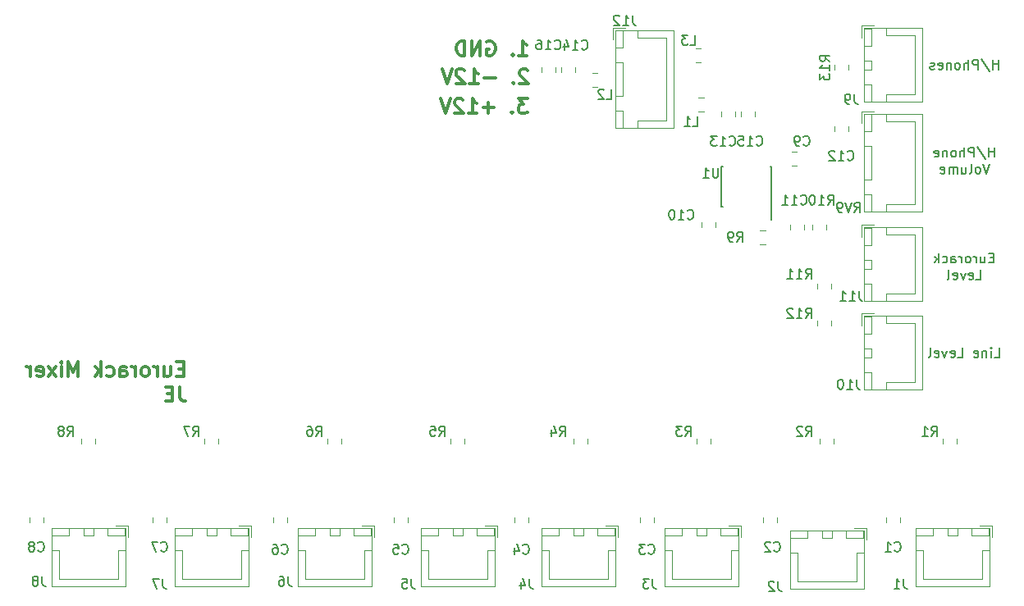
<source format=gbo>
G04 #@! TF.GenerationSoftware,KiCad,Pcbnew,(5.0.0)*
G04 #@! TF.CreationDate,2018-07-30T10:59:50+01:00*
G04 #@! TF.ProjectId,Mixer,4D697865722E6B696361645F70636200,rev?*
G04 #@! TF.SameCoordinates,Original*
G04 #@! TF.FileFunction,Legend,Bot*
G04 #@! TF.FilePolarity,Positive*
%FSLAX46Y46*%
G04 Gerber Fmt 4.6, Leading zero omitted, Abs format (unit mm)*
G04 Created by KiCad (PCBNEW (5.0.0)) date 07/30/18 10:59:50*
%MOMM*%
%LPD*%
G01*
G04 APERTURE LIST*
%ADD10C,0.200000*%
%ADD11C,0.300000*%
%ADD12C,0.120000*%
%ADD13C,0.150000*%
G04 APERTURE END LIST*
D10*
X146859238Y-64206380D02*
X147335428Y-64206380D01*
X147335428Y-63206380D01*
X146525904Y-64206380D02*
X146525904Y-63539714D01*
X146525904Y-63206380D02*
X146573523Y-63254000D01*
X146525904Y-63301619D01*
X146478285Y-63254000D01*
X146525904Y-63206380D01*
X146525904Y-63301619D01*
X146049714Y-63539714D02*
X146049714Y-64206380D01*
X146049714Y-63634952D02*
X146002095Y-63587333D01*
X145906857Y-63539714D01*
X145764000Y-63539714D01*
X145668761Y-63587333D01*
X145621142Y-63682571D01*
X145621142Y-64206380D01*
X144764000Y-64158761D02*
X144859238Y-64206380D01*
X145049714Y-64206380D01*
X145144952Y-64158761D01*
X145192571Y-64063523D01*
X145192571Y-63682571D01*
X145144952Y-63587333D01*
X145049714Y-63539714D01*
X144859238Y-63539714D01*
X144764000Y-63587333D01*
X144716380Y-63682571D01*
X144716380Y-63777809D01*
X145192571Y-63873047D01*
X143049714Y-64206380D02*
X143525904Y-64206380D01*
X143525904Y-63206380D01*
X142335428Y-64158761D02*
X142430666Y-64206380D01*
X142621142Y-64206380D01*
X142716380Y-64158761D01*
X142764000Y-64063523D01*
X142764000Y-63682571D01*
X142716380Y-63587333D01*
X142621142Y-63539714D01*
X142430666Y-63539714D01*
X142335428Y-63587333D01*
X142287809Y-63682571D01*
X142287809Y-63777809D01*
X142764000Y-63873047D01*
X141954476Y-63539714D02*
X141716380Y-64206380D01*
X141478285Y-63539714D01*
X140716380Y-64158761D02*
X140811619Y-64206380D01*
X141002095Y-64206380D01*
X141097333Y-64158761D01*
X141144952Y-64063523D01*
X141144952Y-63682571D01*
X141097333Y-63587333D01*
X141002095Y-63539714D01*
X140811619Y-63539714D01*
X140716380Y-63587333D01*
X140668761Y-63682571D01*
X140668761Y-63777809D01*
X141144952Y-63873047D01*
X140097333Y-64206380D02*
X140192571Y-64158761D01*
X140240190Y-64063523D01*
X140240190Y-63206380D01*
X146787809Y-53942571D02*
X146454476Y-53942571D01*
X146311619Y-54466380D02*
X146787809Y-54466380D01*
X146787809Y-53466380D01*
X146311619Y-53466380D01*
X145454476Y-53799714D02*
X145454476Y-54466380D01*
X145883047Y-53799714D02*
X145883047Y-54323523D01*
X145835428Y-54418761D01*
X145740190Y-54466380D01*
X145597333Y-54466380D01*
X145502095Y-54418761D01*
X145454476Y-54371142D01*
X144978285Y-54466380D02*
X144978285Y-53799714D01*
X144978285Y-53990190D02*
X144930666Y-53894952D01*
X144883047Y-53847333D01*
X144787809Y-53799714D01*
X144692571Y-53799714D01*
X144216380Y-54466380D02*
X144311619Y-54418761D01*
X144359238Y-54371142D01*
X144406857Y-54275904D01*
X144406857Y-53990190D01*
X144359238Y-53894952D01*
X144311619Y-53847333D01*
X144216380Y-53799714D01*
X144073523Y-53799714D01*
X143978285Y-53847333D01*
X143930666Y-53894952D01*
X143883047Y-53990190D01*
X143883047Y-54275904D01*
X143930666Y-54371142D01*
X143978285Y-54418761D01*
X144073523Y-54466380D01*
X144216380Y-54466380D01*
X143454476Y-54466380D02*
X143454476Y-53799714D01*
X143454476Y-53990190D02*
X143406857Y-53894952D01*
X143359238Y-53847333D01*
X143263999Y-53799714D01*
X143168761Y-53799714D01*
X142406857Y-54466380D02*
X142406857Y-53942571D01*
X142454476Y-53847333D01*
X142549714Y-53799714D01*
X142740190Y-53799714D01*
X142835428Y-53847333D01*
X142406857Y-54418761D02*
X142502095Y-54466380D01*
X142740190Y-54466380D01*
X142835428Y-54418761D01*
X142883047Y-54323523D01*
X142883047Y-54228285D01*
X142835428Y-54133047D01*
X142740190Y-54085428D01*
X142502095Y-54085428D01*
X142406857Y-54037809D01*
X141502095Y-54418761D02*
X141597333Y-54466380D01*
X141787809Y-54466380D01*
X141883047Y-54418761D01*
X141930666Y-54371142D01*
X141978285Y-54275904D01*
X141978285Y-53990190D01*
X141930666Y-53894952D01*
X141883047Y-53847333D01*
X141787809Y-53799714D01*
X141597333Y-53799714D01*
X141502095Y-53847333D01*
X141073523Y-54466380D02*
X141073523Y-53466380D01*
X140978285Y-54085428D02*
X140692571Y-54466380D01*
X140692571Y-53799714D02*
X141073523Y-54180666D01*
X144954476Y-56166380D02*
X145430666Y-56166380D01*
X145430666Y-55166380D01*
X144240190Y-56118761D02*
X144335428Y-56166380D01*
X144525904Y-56166380D01*
X144621142Y-56118761D01*
X144668761Y-56023523D01*
X144668761Y-55642571D01*
X144621142Y-55547333D01*
X144525904Y-55499714D01*
X144335428Y-55499714D01*
X144240190Y-55547333D01*
X144192571Y-55642571D01*
X144192571Y-55737809D01*
X144668761Y-55833047D01*
X143859238Y-55499714D02*
X143621142Y-56166380D01*
X143383047Y-55499714D01*
X142621142Y-56118761D02*
X142716380Y-56166380D01*
X142906857Y-56166380D01*
X143002095Y-56118761D01*
X143049714Y-56023523D01*
X143049714Y-55642571D01*
X143002095Y-55547333D01*
X142906857Y-55499714D01*
X142716380Y-55499714D01*
X142621142Y-55547333D01*
X142573523Y-55642571D01*
X142573523Y-55737809D01*
X143049714Y-55833047D01*
X142002095Y-56166380D02*
X142097333Y-56118761D01*
X142144952Y-56023523D01*
X142144952Y-55166380D01*
X146859238Y-43544380D02*
X146859238Y-42544380D01*
X146859238Y-43020571D02*
X146287809Y-43020571D01*
X146287809Y-43544380D02*
X146287809Y-42544380D01*
X145097333Y-42496761D02*
X145954476Y-43782476D01*
X144764000Y-43544380D02*
X144764000Y-42544380D01*
X144383047Y-42544380D01*
X144287809Y-42592000D01*
X144240190Y-42639619D01*
X144192571Y-42734857D01*
X144192571Y-42877714D01*
X144240190Y-42972952D01*
X144287809Y-43020571D01*
X144383047Y-43068190D01*
X144764000Y-43068190D01*
X143764000Y-43544380D02*
X143764000Y-42544380D01*
X143335428Y-43544380D02*
X143335428Y-43020571D01*
X143383047Y-42925333D01*
X143478285Y-42877714D01*
X143621142Y-42877714D01*
X143716380Y-42925333D01*
X143764000Y-42972952D01*
X142716380Y-43544380D02*
X142811619Y-43496761D01*
X142859238Y-43449142D01*
X142906857Y-43353904D01*
X142906857Y-43068190D01*
X142859238Y-42972952D01*
X142811619Y-42925333D01*
X142716380Y-42877714D01*
X142573523Y-42877714D01*
X142478285Y-42925333D01*
X142430666Y-42972952D01*
X142383047Y-43068190D01*
X142383047Y-43353904D01*
X142430666Y-43449142D01*
X142478285Y-43496761D01*
X142573523Y-43544380D01*
X142716380Y-43544380D01*
X141954476Y-42877714D02*
X141954476Y-43544380D01*
X141954476Y-42972952D02*
X141906857Y-42925333D01*
X141811619Y-42877714D01*
X141668761Y-42877714D01*
X141573523Y-42925333D01*
X141525904Y-43020571D01*
X141525904Y-43544380D01*
X140668761Y-43496761D02*
X140764000Y-43544380D01*
X140954476Y-43544380D01*
X141049714Y-43496761D01*
X141097333Y-43401523D01*
X141097333Y-43020571D01*
X141049714Y-42925333D01*
X140954476Y-42877714D01*
X140764000Y-42877714D01*
X140668761Y-42925333D01*
X140621142Y-43020571D01*
X140621142Y-43115809D01*
X141097333Y-43211047D01*
X146359238Y-44244380D02*
X146025904Y-45244380D01*
X145692571Y-44244380D01*
X145216380Y-45244380D02*
X145311619Y-45196761D01*
X145359238Y-45149142D01*
X145406857Y-45053904D01*
X145406857Y-44768190D01*
X145359238Y-44672952D01*
X145311619Y-44625333D01*
X145216380Y-44577714D01*
X145073523Y-44577714D01*
X144978285Y-44625333D01*
X144930666Y-44672952D01*
X144883047Y-44768190D01*
X144883047Y-45053904D01*
X144930666Y-45149142D01*
X144978285Y-45196761D01*
X145073523Y-45244380D01*
X145216380Y-45244380D01*
X144311619Y-45244380D02*
X144406857Y-45196761D01*
X144454476Y-45101523D01*
X144454476Y-44244380D01*
X143502095Y-44577714D02*
X143502095Y-45244380D01*
X143930666Y-44577714D02*
X143930666Y-45101523D01*
X143883047Y-45196761D01*
X143787809Y-45244380D01*
X143644952Y-45244380D01*
X143549714Y-45196761D01*
X143502095Y-45149142D01*
X143025904Y-45244380D02*
X143025904Y-44577714D01*
X143025904Y-44672952D02*
X142978285Y-44625333D01*
X142883047Y-44577714D01*
X142740190Y-44577714D01*
X142644952Y-44625333D01*
X142597333Y-44720571D01*
X142597333Y-45244380D01*
X142597333Y-44720571D02*
X142549714Y-44625333D01*
X142454476Y-44577714D01*
X142311619Y-44577714D01*
X142216380Y-44625333D01*
X142168761Y-44720571D01*
X142168761Y-45244380D01*
X141311619Y-45196761D02*
X141406857Y-45244380D01*
X141597333Y-45244380D01*
X141692571Y-45196761D01*
X141740190Y-45101523D01*
X141740190Y-44720571D01*
X141692571Y-44625333D01*
X141597333Y-44577714D01*
X141406857Y-44577714D01*
X141311619Y-44625333D01*
X141264000Y-44720571D01*
X141264000Y-44815809D01*
X141740190Y-44911047D01*
X147264000Y-34488380D02*
X147264000Y-33488380D01*
X147264000Y-33964571D02*
X146692571Y-33964571D01*
X146692571Y-34488380D02*
X146692571Y-33488380D01*
X145502095Y-33440761D02*
X146359238Y-34726476D01*
X145168761Y-34488380D02*
X145168761Y-33488380D01*
X144787809Y-33488380D01*
X144692571Y-33536000D01*
X144644952Y-33583619D01*
X144597333Y-33678857D01*
X144597333Y-33821714D01*
X144644952Y-33916952D01*
X144692571Y-33964571D01*
X144787809Y-34012190D01*
X145168761Y-34012190D01*
X144168761Y-34488380D02*
X144168761Y-33488380D01*
X143740190Y-34488380D02*
X143740190Y-33964571D01*
X143787809Y-33869333D01*
X143883047Y-33821714D01*
X144025904Y-33821714D01*
X144121142Y-33869333D01*
X144168761Y-33916952D01*
X143121142Y-34488380D02*
X143216380Y-34440761D01*
X143264000Y-34393142D01*
X143311619Y-34297904D01*
X143311619Y-34012190D01*
X143264000Y-33916952D01*
X143216380Y-33869333D01*
X143121142Y-33821714D01*
X142978285Y-33821714D01*
X142883047Y-33869333D01*
X142835428Y-33916952D01*
X142787809Y-34012190D01*
X142787809Y-34297904D01*
X142835428Y-34393142D01*
X142883047Y-34440761D01*
X142978285Y-34488380D01*
X143121142Y-34488380D01*
X142359238Y-33821714D02*
X142359238Y-34488380D01*
X142359238Y-33916952D02*
X142311619Y-33869333D01*
X142216380Y-33821714D01*
X142073523Y-33821714D01*
X141978285Y-33869333D01*
X141930666Y-33964571D01*
X141930666Y-34488380D01*
X141073523Y-34440761D02*
X141168761Y-34488380D01*
X141359238Y-34488380D01*
X141454476Y-34440761D01*
X141502095Y-34345523D01*
X141502095Y-33964571D01*
X141454476Y-33869333D01*
X141359238Y-33821714D01*
X141168761Y-33821714D01*
X141073523Y-33869333D01*
X141025904Y-33964571D01*
X141025904Y-34059809D01*
X141502095Y-34155047D01*
X140644952Y-34440761D02*
X140549714Y-34488380D01*
X140359238Y-34488380D01*
X140264000Y-34440761D01*
X140216380Y-34345523D01*
X140216380Y-34297904D01*
X140264000Y-34202666D01*
X140359238Y-34155047D01*
X140502095Y-34155047D01*
X140597333Y-34107428D01*
X140644952Y-34012190D01*
X140644952Y-33964571D01*
X140597333Y-33869333D01*
X140502095Y-33821714D01*
X140359238Y-33821714D01*
X140264000Y-33869333D01*
D11*
X63201857Y-65419857D02*
X62701857Y-65419857D01*
X62487571Y-66205571D02*
X63201857Y-66205571D01*
X63201857Y-64705571D01*
X62487571Y-64705571D01*
X61201857Y-65205571D02*
X61201857Y-66205571D01*
X61844714Y-65205571D02*
X61844714Y-65991285D01*
X61773285Y-66134142D01*
X61630428Y-66205571D01*
X61416142Y-66205571D01*
X61273285Y-66134142D01*
X61201857Y-66062714D01*
X60487571Y-66205571D02*
X60487571Y-65205571D01*
X60487571Y-65491285D02*
X60416142Y-65348428D01*
X60344714Y-65277000D01*
X60201857Y-65205571D01*
X60059000Y-65205571D01*
X59344714Y-66205571D02*
X59487571Y-66134142D01*
X59559000Y-66062714D01*
X59630428Y-65919857D01*
X59630428Y-65491285D01*
X59559000Y-65348428D01*
X59487571Y-65277000D01*
X59344714Y-65205571D01*
X59130428Y-65205571D01*
X58987571Y-65277000D01*
X58916142Y-65348428D01*
X58844714Y-65491285D01*
X58844714Y-65919857D01*
X58916142Y-66062714D01*
X58987571Y-66134142D01*
X59130428Y-66205571D01*
X59344714Y-66205571D01*
X58201857Y-66205571D02*
X58201857Y-65205571D01*
X58201857Y-65491285D02*
X58130428Y-65348428D01*
X58059000Y-65277000D01*
X57916142Y-65205571D01*
X57773285Y-65205571D01*
X56630428Y-66205571D02*
X56630428Y-65419857D01*
X56701857Y-65277000D01*
X56844714Y-65205571D01*
X57130428Y-65205571D01*
X57273285Y-65277000D01*
X56630428Y-66134142D02*
X56773285Y-66205571D01*
X57130428Y-66205571D01*
X57273285Y-66134142D01*
X57344714Y-65991285D01*
X57344714Y-65848428D01*
X57273285Y-65705571D01*
X57130428Y-65634142D01*
X56773285Y-65634142D01*
X56630428Y-65562714D01*
X55273285Y-66134142D02*
X55416142Y-66205571D01*
X55701857Y-66205571D01*
X55844714Y-66134142D01*
X55916142Y-66062714D01*
X55987571Y-65919857D01*
X55987571Y-65491285D01*
X55916142Y-65348428D01*
X55844714Y-65277000D01*
X55701857Y-65205571D01*
X55416142Y-65205571D01*
X55273285Y-65277000D01*
X54630428Y-66205571D02*
X54630428Y-64705571D01*
X54487571Y-65634142D02*
X54059000Y-66205571D01*
X54059000Y-65205571D02*
X54630428Y-65777000D01*
X52273285Y-66205571D02*
X52273285Y-64705571D01*
X51773285Y-65777000D01*
X51273285Y-64705571D01*
X51273285Y-66205571D01*
X50559000Y-66205571D02*
X50559000Y-65205571D01*
X50559000Y-64705571D02*
X50630428Y-64777000D01*
X50559000Y-64848428D01*
X50487571Y-64777000D01*
X50559000Y-64705571D01*
X50559000Y-64848428D01*
X49987571Y-66205571D02*
X49201857Y-65205571D01*
X49987571Y-65205571D02*
X49201857Y-66205571D01*
X48059000Y-66134142D02*
X48201857Y-66205571D01*
X48487571Y-66205571D01*
X48630428Y-66134142D01*
X48701857Y-65991285D01*
X48701857Y-65419857D01*
X48630428Y-65277000D01*
X48487571Y-65205571D01*
X48201857Y-65205571D01*
X48059000Y-65277000D01*
X47987571Y-65419857D01*
X47987571Y-65562714D01*
X48701857Y-65705571D01*
X47344714Y-66205571D02*
X47344714Y-65205571D01*
X47344714Y-65491285D02*
X47273285Y-65348428D01*
X47201857Y-65277000D01*
X47059000Y-65205571D01*
X46916142Y-65205571D01*
X62773285Y-67255571D02*
X62773285Y-68327000D01*
X62844714Y-68541285D01*
X62987571Y-68684142D01*
X63201857Y-68755571D01*
X63344714Y-68755571D01*
X62059000Y-67969857D02*
X61559000Y-67969857D01*
X61344714Y-68755571D02*
X62059000Y-68755571D01*
X62059000Y-67255571D01*
X61344714Y-67255571D01*
X98662571Y-37532571D02*
X97734000Y-37532571D01*
X98234000Y-38104000D01*
X98019714Y-38104000D01*
X97876857Y-38175428D01*
X97805428Y-38246857D01*
X97734000Y-38389714D01*
X97734000Y-38746857D01*
X97805428Y-38889714D01*
X97876857Y-38961142D01*
X98019714Y-39032571D01*
X98448285Y-39032571D01*
X98591142Y-38961142D01*
X98662571Y-38889714D01*
X97091142Y-38889714D02*
X97019714Y-38961142D01*
X97091142Y-39032571D01*
X97162571Y-38961142D01*
X97091142Y-38889714D01*
X97091142Y-39032571D01*
X95234000Y-38461142D02*
X94091142Y-38461142D01*
X94662571Y-39032571D02*
X94662571Y-37889714D01*
X92591142Y-39032571D02*
X93448285Y-39032571D01*
X93019714Y-39032571D02*
X93019714Y-37532571D01*
X93162571Y-37746857D01*
X93305428Y-37889714D01*
X93448285Y-37961142D01*
X92019714Y-37675428D02*
X91948285Y-37604000D01*
X91805428Y-37532571D01*
X91448285Y-37532571D01*
X91305428Y-37604000D01*
X91234000Y-37675428D01*
X91162571Y-37818285D01*
X91162571Y-37961142D01*
X91234000Y-38175428D01*
X92091142Y-39032571D01*
X91162571Y-39032571D01*
X90734000Y-37532571D02*
X90234000Y-39032571D01*
X89734000Y-37532571D01*
X98718142Y-34627428D02*
X98646714Y-34556000D01*
X98503857Y-34484571D01*
X98146714Y-34484571D01*
X98003857Y-34556000D01*
X97932428Y-34627428D01*
X97861000Y-34770285D01*
X97861000Y-34913142D01*
X97932428Y-35127428D01*
X98789571Y-35984571D01*
X97861000Y-35984571D01*
X97218142Y-35841714D02*
X97146714Y-35913142D01*
X97218142Y-35984571D01*
X97289571Y-35913142D01*
X97218142Y-35841714D01*
X97218142Y-35984571D01*
X95361000Y-35413142D02*
X94218142Y-35413142D01*
X92718142Y-35984571D02*
X93575285Y-35984571D01*
X93146714Y-35984571D02*
X93146714Y-34484571D01*
X93289571Y-34698857D01*
X93432428Y-34841714D01*
X93575285Y-34913142D01*
X92146714Y-34627428D02*
X92075285Y-34556000D01*
X91932428Y-34484571D01*
X91575285Y-34484571D01*
X91432428Y-34556000D01*
X91361000Y-34627428D01*
X91289571Y-34770285D01*
X91289571Y-34913142D01*
X91361000Y-35127428D01*
X92218142Y-35984571D01*
X91289571Y-35984571D01*
X90861000Y-34484571D02*
X90361000Y-35984571D01*
X89861000Y-34484571D01*
X97781714Y-33063571D02*
X98638857Y-33063571D01*
X98210285Y-33063571D02*
X98210285Y-31563571D01*
X98353142Y-31777857D01*
X98496000Y-31920714D01*
X98638857Y-31992142D01*
X97138857Y-32920714D02*
X97067428Y-32992142D01*
X97138857Y-33063571D01*
X97210285Y-32992142D01*
X97138857Y-32920714D01*
X97138857Y-33063571D01*
X94496000Y-31635000D02*
X94638857Y-31563571D01*
X94853142Y-31563571D01*
X95067428Y-31635000D01*
X95210285Y-31777857D01*
X95281714Y-31920714D01*
X95353142Y-32206428D01*
X95353142Y-32420714D01*
X95281714Y-32706428D01*
X95210285Y-32849285D01*
X95067428Y-32992142D01*
X94853142Y-33063571D01*
X94710285Y-33063571D01*
X94496000Y-32992142D01*
X94424571Y-32920714D01*
X94424571Y-32420714D01*
X94710285Y-32420714D01*
X93781714Y-33063571D02*
X93781714Y-31563571D01*
X92924571Y-33063571D01*
X92924571Y-31563571D01*
X92210285Y-33063571D02*
X92210285Y-31563571D01*
X91853142Y-31563571D01*
X91638857Y-31635000D01*
X91496000Y-31777857D01*
X91424571Y-31920714D01*
X91353142Y-32206428D01*
X91353142Y-32420714D01*
X91424571Y-32706428D01*
X91496000Y-32849285D01*
X91638857Y-32992142D01*
X91853142Y-33063571D01*
X92210285Y-33063571D01*
D12*
G04 #@! TO.C,R13*
X130354000Y-34037748D02*
X130354000Y-34560252D01*
X131774000Y-34037748D02*
X131774000Y-34560252D01*
G04 #@! TO.C,C16*
X101548000Y-34273748D02*
X101548000Y-34796252D01*
X100128000Y-34273748D02*
X100128000Y-34796252D01*
G04 #@! TO.C,C15*
X122122000Y-39377252D02*
X122122000Y-38854748D01*
X120702000Y-39377252D02*
X120702000Y-38854748D01*
G04 #@! TO.C,C14*
X103580000Y-34273748D02*
X103580000Y-34796252D01*
X102160000Y-34273748D02*
X102160000Y-34796252D01*
G04 #@! TO.C,C13*
X120090000Y-39386252D02*
X120090000Y-38863748D01*
X118670000Y-39386252D02*
X118670000Y-38863748D01*
G04 #@! TO.C,J12*
X107776000Y-30460000D02*
X113746000Y-30460000D01*
X113746000Y-30460000D02*
X113746000Y-40580000D01*
X113746000Y-40580000D02*
X107776000Y-40580000D01*
X107776000Y-40580000D02*
X107776000Y-30460000D01*
X107786000Y-33770000D02*
X108536000Y-33770000D01*
X108536000Y-33770000D02*
X108536000Y-37270000D01*
X108536000Y-37270000D02*
X107786000Y-37270000D01*
X107786000Y-37270000D02*
X107786000Y-33770000D01*
X107786000Y-30470000D02*
X108536000Y-30470000D01*
X108536000Y-30470000D02*
X108536000Y-32270000D01*
X108536000Y-32270000D02*
X107786000Y-32270000D01*
X107786000Y-32270000D02*
X107786000Y-30470000D01*
X107786000Y-38770000D02*
X108536000Y-38770000D01*
X108536000Y-38770000D02*
X108536000Y-40570000D01*
X108536000Y-40570000D02*
X107786000Y-40570000D01*
X107786000Y-40570000D02*
X107786000Y-38770000D01*
X110036000Y-30470000D02*
X110036000Y-31220000D01*
X110036000Y-31220000D02*
X112986000Y-31220000D01*
X112986000Y-31220000D02*
X112986000Y-35520000D01*
X110036000Y-40570000D02*
X110036000Y-39820000D01*
X110036000Y-39820000D02*
X112986000Y-39820000D01*
X112986000Y-39820000D02*
X112986000Y-35520000D01*
X107486000Y-31420000D02*
X107486000Y-30170000D01*
X107486000Y-30170000D02*
X108736000Y-30170000D01*
G04 #@! TO.C,L1*
X116333748Y-38810000D02*
X116856252Y-38810000D01*
X116333748Y-37390000D02*
X116856252Y-37390000D01*
G04 #@! TO.C,L2*
X105916252Y-36270000D02*
X105393748Y-36270000D01*
X105916252Y-34850000D02*
X105393748Y-34850000D01*
G04 #@! TO.C,L3*
X116061748Y-33730000D02*
X116584252Y-33730000D01*
X116061748Y-32310000D02*
X116584252Y-32310000D01*
G04 #@! TO.C,RV9*
X133430000Y-39096000D02*
X139400000Y-39096000D01*
X139400000Y-39096000D02*
X139400000Y-49216000D01*
X139400000Y-49216000D02*
X133430000Y-49216000D01*
X133430000Y-49216000D02*
X133430000Y-39096000D01*
X133440000Y-42406000D02*
X134190000Y-42406000D01*
X134190000Y-42406000D02*
X134190000Y-45906000D01*
X134190000Y-45906000D02*
X133440000Y-45906000D01*
X133440000Y-45906000D02*
X133440000Y-42406000D01*
X133440000Y-39106000D02*
X134190000Y-39106000D01*
X134190000Y-39106000D02*
X134190000Y-40906000D01*
X134190000Y-40906000D02*
X133440000Y-40906000D01*
X133440000Y-40906000D02*
X133440000Y-39106000D01*
X133440000Y-47406000D02*
X134190000Y-47406000D01*
X134190000Y-47406000D02*
X134190000Y-49206000D01*
X134190000Y-49206000D02*
X133440000Y-49206000D01*
X133440000Y-49206000D02*
X133440000Y-47406000D01*
X135690000Y-39106000D02*
X135690000Y-39856000D01*
X135690000Y-39856000D02*
X138640000Y-39856000D01*
X138640000Y-39856000D02*
X138640000Y-44156000D01*
X135690000Y-49206000D02*
X135690000Y-48456000D01*
X135690000Y-48456000D02*
X138640000Y-48456000D01*
X138640000Y-48456000D02*
X138640000Y-44156000D01*
X133140000Y-40056000D02*
X133140000Y-38806000D01*
X133140000Y-38806000D02*
X134390000Y-38806000D01*
G04 #@! TO.C,C12*
X130354000Y-40369748D02*
X130354000Y-40892252D01*
X131774000Y-40369748D02*
X131774000Y-40892252D01*
G04 #@! TO.C,C11*
X125782000Y-50547748D02*
X125782000Y-51070252D01*
X127202000Y-50547748D02*
X127202000Y-51070252D01*
G04 #@! TO.C,C10*
X116638000Y-50798252D02*
X116638000Y-50275748D01*
X118058000Y-50798252D02*
X118058000Y-50275748D01*
G04 #@! TO.C,C9*
X125967748Y-44398000D02*
X126490252Y-44398000D01*
X125967748Y-42978000D02*
X126490252Y-42978000D01*
G04 #@! TO.C,C8*
X48716000Y-80755748D02*
X48716000Y-81278252D01*
X47296000Y-80755748D02*
X47296000Y-81278252D01*
G04 #@! TO.C,C7*
X59996000Y-80773748D02*
X59996000Y-81296252D01*
X61416000Y-80773748D02*
X61416000Y-81296252D01*
G04 #@! TO.C,C6*
X73862000Y-80755748D02*
X73862000Y-81278252D01*
X72442000Y-80755748D02*
X72442000Y-81278252D01*
G04 #@! TO.C,C5*
X84888000Y-80764748D02*
X84888000Y-81287252D01*
X86308000Y-80764748D02*
X86308000Y-81287252D01*
G04 #@! TO.C,C4*
X98754000Y-80764748D02*
X98754000Y-81287252D01*
X97334000Y-80764748D02*
X97334000Y-81287252D01*
G04 #@! TO.C,C3*
X110288000Y-80755748D02*
X110288000Y-81278252D01*
X111708000Y-80755748D02*
X111708000Y-81278252D01*
G04 #@! TO.C,C2*
X124408000Y-80773748D02*
X124408000Y-81296252D01*
X122988000Y-80773748D02*
X122988000Y-81296252D01*
G04 #@! TO.C,C1*
X135688000Y-80755748D02*
X135688000Y-81278252D01*
X137108000Y-80755748D02*
X137108000Y-81278252D01*
G04 #@! TO.C,J3*
X120706000Y-81578000D02*
X120706000Y-82828000D01*
X119456000Y-81578000D02*
X120706000Y-81578000D01*
X113556000Y-87078000D02*
X116606000Y-87078000D01*
X113556000Y-84128000D02*
X113556000Y-87078000D01*
X112806000Y-84128000D02*
X113556000Y-84128000D01*
X119656000Y-87078000D02*
X116606000Y-87078000D01*
X119656000Y-84128000D02*
X119656000Y-87078000D01*
X120406000Y-84128000D02*
X119656000Y-84128000D01*
X112806000Y-81878000D02*
X114606000Y-81878000D01*
X112806000Y-82628000D02*
X112806000Y-81878000D01*
X114606000Y-82628000D02*
X112806000Y-82628000D01*
X114606000Y-81878000D02*
X114606000Y-82628000D01*
X118606000Y-81878000D02*
X120406000Y-81878000D01*
X118606000Y-82628000D02*
X118606000Y-81878000D01*
X120406000Y-82628000D02*
X118606000Y-82628000D01*
X120406000Y-81878000D02*
X120406000Y-82628000D01*
X116106000Y-81878000D02*
X117106000Y-81878000D01*
X116106000Y-82628000D02*
X116106000Y-81878000D01*
X117106000Y-82628000D02*
X116106000Y-82628000D01*
X117106000Y-81878000D02*
X117106000Y-82628000D01*
X112796000Y-81868000D02*
X120416000Y-81868000D01*
X112796000Y-87838000D02*
X112796000Y-81868000D01*
X120416000Y-87838000D02*
X112796000Y-87838000D01*
X120416000Y-81868000D02*
X120416000Y-87838000D01*
G04 #@! TO.C,J8*
X57460000Y-81578000D02*
X57460000Y-82828000D01*
X56210000Y-81578000D02*
X57460000Y-81578000D01*
X50310000Y-87078000D02*
X53360000Y-87078000D01*
X50310000Y-84128000D02*
X50310000Y-87078000D01*
X49560000Y-84128000D02*
X50310000Y-84128000D01*
X56410000Y-87078000D02*
X53360000Y-87078000D01*
X56410000Y-84128000D02*
X56410000Y-87078000D01*
X57160000Y-84128000D02*
X56410000Y-84128000D01*
X49560000Y-81878000D02*
X51360000Y-81878000D01*
X49560000Y-82628000D02*
X49560000Y-81878000D01*
X51360000Y-82628000D02*
X49560000Y-82628000D01*
X51360000Y-81878000D02*
X51360000Y-82628000D01*
X55360000Y-81878000D02*
X57160000Y-81878000D01*
X55360000Y-82628000D02*
X55360000Y-81878000D01*
X57160000Y-82628000D02*
X55360000Y-82628000D01*
X57160000Y-81878000D02*
X57160000Y-82628000D01*
X52860000Y-81878000D02*
X53860000Y-81878000D01*
X52860000Y-82628000D02*
X52860000Y-81878000D01*
X53860000Y-82628000D02*
X52860000Y-82628000D01*
X53860000Y-81878000D02*
X53860000Y-82628000D01*
X49550000Y-81868000D02*
X57170000Y-81868000D01*
X49550000Y-87838000D02*
X49550000Y-81868000D01*
X57170000Y-87838000D02*
X49550000Y-87838000D01*
X57170000Y-81868000D02*
X57170000Y-87838000D01*
G04 #@! TO.C,J7*
X69870000Y-81868000D02*
X69870000Y-87838000D01*
X69870000Y-87838000D02*
X62250000Y-87838000D01*
X62250000Y-87838000D02*
X62250000Y-81868000D01*
X62250000Y-81868000D02*
X69870000Y-81868000D01*
X66560000Y-81878000D02*
X66560000Y-82628000D01*
X66560000Y-82628000D02*
X65560000Y-82628000D01*
X65560000Y-82628000D02*
X65560000Y-81878000D01*
X65560000Y-81878000D02*
X66560000Y-81878000D01*
X69860000Y-81878000D02*
X69860000Y-82628000D01*
X69860000Y-82628000D02*
X68060000Y-82628000D01*
X68060000Y-82628000D02*
X68060000Y-81878000D01*
X68060000Y-81878000D02*
X69860000Y-81878000D01*
X64060000Y-81878000D02*
X64060000Y-82628000D01*
X64060000Y-82628000D02*
X62260000Y-82628000D01*
X62260000Y-82628000D02*
X62260000Y-81878000D01*
X62260000Y-81878000D02*
X64060000Y-81878000D01*
X69860000Y-84128000D02*
X69110000Y-84128000D01*
X69110000Y-84128000D02*
X69110000Y-87078000D01*
X69110000Y-87078000D02*
X66060000Y-87078000D01*
X62260000Y-84128000D02*
X63010000Y-84128000D01*
X63010000Y-84128000D02*
X63010000Y-87078000D01*
X63010000Y-87078000D02*
X66060000Y-87078000D01*
X68910000Y-81578000D02*
X70160000Y-81578000D01*
X70160000Y-81578000D02*
X70160000Y-82828000D01*
G04 #@! TO.C,J6*
X82860000Y-81578000D02*
X82860000Y-82828000D01*
X81610000Y-81578000D02*
X82860000Y-81578000D01*
X75710000Y-87078000D02*
X78760000Y-87078000D01*
X75710000Y-84128000D02*
X75710000Y-87078000D01*
X74960000Y-84128000D02*
X75710000Y-84128000D01*
X81810000Y-87078000D02*
X78760000Y-87078000D01*
X81810000Y-84128000D02*
X81810000Y-87078000D01*
X82560000Y-84128000D02*
X81810000Y-84128000D01*
X74960000Y-81878000D02*
X76760000Y-81878000D01*
X74960000Y-82628000D02*
X74960000Y-81878000D01*
X76760000Y-82628000D02*
X74960000Y-82628000D01*
X76760000Y-81878000D02*
X76760000Y-82628000D01*
X80760000Y-81878000D02*
X82560000Y-81878000D01*
X80760000Y-82628000D02*
X80760000Y-81878000D01*
X82560000Y-82628000D02*
X80760000Y-82628000D01*
X82560000Y-81878000D02*
X82560000Y-82628000D01*
X78260000Y-81878000D02*
X79260000Y-81878000D01*
X78260000Y-82628000D02*
X78260000Y-81878000D01*
X79260000Y-82628000D02*
X78260000Y-82628000D01*
X79260000Y-81878000D02*
X79260000Y-82628000D01*
X74950000Y-81868000D02*
X82570000Y-81868000D01*
X74950000Y-87838000D02*
X74950000Y-81868000D01*
X82570000Y-87838000D02*
X74950000Y-87838000D01*
X82570000Y-81868000D02*
X82570000Y-87838000D01*
G04 #@! TO.C,J5*
X95270000Y-81868000D02*
X95270000Y-87838000D01*
X95270000Y-87838000D02*
X87650000Y-87838000D01*
X87650000Y-87838000D02*
X87650000Y-81868000D01*
X87650000Y-81868000D02*
X95270000Y-81868000D01*
X91960000Y-81878000D02*
X91960000Y-82628000D01*
X91960000Y-82628000D02*
X90960000Y-82628000D01*
X90960000Y-82628000D02*
X90960000Y-81878000D01*
X90960000Y-81878000D02*
X91960000Y-81878000D01*
X95260000Y-81878000D02*
X95260000Y-82628000D01*
X95260000Y-82628000D02*
X93460000Y-82628000D01*
X93460000Y-82628000D02*
X93460000Y-81878000D01*
X93460000Y-81878000D02*
X95260000Y-81878000D01*
X89460000Y-81878000D02*
X89460000Y-82628000D01*
X89460000Y-82628000D02*
X87660000Y-82628000D01*
X87660000Y-82628000D02*
X87660000Y-81878000D01*
X87660000Y-81878000D02*
X89460000Y-81878000D01*
X95260000Y-84128000D02*
X94510000Y-84128000D01*
X94510000Y-84128000D02*
X94510000Y-87078000D01*
X94510000Y-87078000D02*
X91460000Y-87078000D01*
X87660000Y-84128000D02*
X88410000Y-84128000D01*
X88410000Y-84128000D02*
X88410000Y-87078000D01*
X88410000Y-87078000D02*
X91460000Y-87078000D01*
X94310000Y-81578000D02*
X95560000Y-81578000D01*
X95560000Y-81578000D02*
X95560000Y-82828000D01*
G04 #@! TO.C,J2*
X133660000Y-81832000D02*
X133660000Y-83082000D01*
X132410000Y-81832000D02*
X133660000Y-81832000D01*
X126510000Y-87332000D02*
X129560000Y-87332000D01*
X126510000Y-84382000D02*
X126510000Y-87332000D01*
X125760000Y-84382000D02*
X126510000Y-84382000D01*
X132610000Y-87332000D02*
X129560000Y-87332000D01*
X132610000Y-84382000D02*
X132610000Y-87332000D01*
X133360000Y-84382000D02*
X132610000Y-84382000D01*
X125760000Y-82132000D02*
X127560000Y-82132000D01*
X125760000Y-82882000D02*
X125760000Y-82132000D01*
X127560000Y-82882000D02*
X125760000Y-82882000D01*
X127560000Y-82132000D02*
X127560000Y-82882000D01*
X131560000Y-82132000D02*
X133360000Y-82132000D01*
X131560000Y-82882000D02*
X131560000Y-82132000D01*
X133360000Y-82882000D02*
X131560000Y-82882000D01*
X133360000Y-82132000D02*
X133360000Y-82882000D01*
X129060000Y-82132000D02*
X130060000Y-82132000D01*
X129060000Y-82882000D02*
X129060000Y-82132000D01*
X130060000Y-82882000D02*
X129060000Y-82882000D01*
X130060000Y-82132000D02*
X130060000Y-82882000D01*
X125750000Y-82122000D02*
X133370000Y-82122000D01*
X125750000Y-88092000D02*
X125750000Y-82122000D01*
X133370000Y-88092000D02*
X125750000Y-88092000D01*
X133370000Y-82122000D02*
X133370000Y-88092000D01*
G04 #@! TO.C,J1*
X146324000Y-81868000D02*
X146324000Y-87838000D01*
X146324000Y-87838000D02*
X138704000Y-87838000D01*
X138704000Y-87838000D02*
X138704000Y-81868000D01*
X138704000Y-81868000D02*
X146324000Y-81868000D01*
X143014000Y-81878000D02*
X143014000Y-82628000D01*
X143014000Y-82628000D02*
X142014000Y-82628000D01*
X142014000Y-82628000D02*
X142014000Y-81878000D01*
X142014000Y-81878000D02*
X143014000Y-81878000D01*
X146314000Y-81878000D02*
X146314000Y-82628000D01*
X146314000Y-82628000D02*
X144514000Y-82628000D01*
X144514000Y-82628000D02*
X144514000Y-81878000D01*
X144514000Y-81878000D02*
X146314000Y-81878000D01*
X140514000Y-81878000D02*
X140514000Y-82628000D01*
X140514000Y-82628000D02*
X138714000Y-82628000D01*
X138714000Y-82628000D02*
X138714000Y-81878000D01*
X138714000Y-81878000D02*
X140514000Y-81878000D01*
X146314000Y-84128000D02*
X145564000Y-84128000D01*
X145564000Y-84128000D02*
X145564000Y-87078000D01*
X145564000Y-87078000D02*
X142514000Y-87078000D01*
X138714000Y-84128000D02*
X139464000Y-84128000D01*
X139464000Y-84128000D02*
X139464000Y-87078000D01*
X139464000Y-87078000D02*
X142514000Y-87078000D01*
X145364000Y-81578000D02*
X146614000Y-81578000D01*
X146614000Y-81578000D02*
X146614000Y-82828000D01*
G04 #@! TO.C,J11*
X133140000Y-50530000D02*
X134390000Y-50530000D01*
X133140000Y-51780000D02*
X133140000Y-50530000D01*
X138640000Y-57680000D02*
X138640000Y-54630000D01*
X135690000Y-57680000D02*
X138640000Y-57680000D01*
X135690000Y-58430000D02*
X135690000Y-57680000D01*
X138640000Y-51580000D02*
X138640000Y-54630000D01*
X135690000Y-51580000D02*
X138640000Y-51580000D01*
X135690000Y-50830000D02*
X135690000Y-51580000D01*
X133440000Y-58430000D02*
X133440000Y-56630000D01*
X134190000Y-58430000D02*
X133440000Y-58430000D01*
X134190000Y-56630000D02*
X134190000Y-58430000D01*
X133440000Y-56630000D02*
X134190000Y-56630000D01*
X133440000Y-52630000D02*
X133440000Y-50830000D01*
X134190000Y-52630000D02*
X133440000Y-52630000D01*
X134190000Y-50830000D02*
X134190000Y-52630000D01*
X133440000Y-50830000D02*
X134190000Y-50830000D01*
X133440000Y-55130000D02*
X133440000Y-54130000D01*
X134190000Y-55130000D02*
X133440000Y-55130000D01*
X134190000Y-54130000D02*
X134190000Y-55130000D01*
X133440000Y-54130000D02*
X134190000Y-54130000D01*
X133430000Y-58440000D02*
X133430000Y-50820000D01*
X139400000Y-58440000D02*
X133430000Y-58440000D01*
X139400000Y-50820000D02*
X139400000Y-58440000D01*
X133430000Y-50820000D02*
X139400000Y-50820000D01*
G04 #@! TO.C,J10*
X133430000Y-59964000D02*
X139400000Y-59964000D01*
X139400000Y-59964000D02*
X139400000Y-67584000D01*
X139400000Y-67584000D02*
X133430000Y-67584000D01*
X133430000Y-67584000D02*
X133430000Y-59964000D01*
X133440000Y-63274000D02*
X134190000Y-63274000D01*
X134190000Y-63274000D02*
X134190000Y-64274000D01*
X134190000Y-64274000D02*
X133440000Y-64274000D01*
X133440000Y-64274000D02*
X133440000Y-63274000D01*
X133440000Y-59974000D02*
X134190000Y-59974000D01*
X134190000Y-59974000D02*
X134190000Y-61774000D01*
X134190000Y-61774000D02*
X133440000Y-61774000D01*
X133440000Y-61774000D02*
X133440000Y-59974000D01*
X133440000Y-65774000D02*
X134190000Y-65774000D01*
X134190000Y-65774000D02*
X134190000Y-67574000D01*
X134190000Y-67574000D02*
X133440000Y-67574000D01*
X133440000Y-67574000D02*
X133440000Y-65774000D01*
X135690000Y-59974000D02*
X135690000Y-60724000D01*
X135690000Y-60724000D02*
X138640000Y-60724000D01*
X138640000Y-60724000D02*
X138640000Y-63774000D01*
X135690000Y-67574000D02*
X135690000Y-66824000D01*
X135690000Y-66824000D02*
X138640000Y-66824000D01*
X138640000Y-66824000D02*
X138640000Y-63774000D01*
X133140000Y-60924000D02*
X133140000Y-59674000D01*
X133140000Y-59674000D02*
X134390000Y-59674000D01*
G04 #@! TO.C,J4*
X108006000Y-81578000D02*
X108006000Y-82828000D01*
X106756000Y-81578000D02*
X108006000Y-81578000D01*
X100856000Y-87078000D02*
X103906000Y-87078000D01*
X100856000Y-84128000D02*
X100856000Y-87078000D01*
X100106000Y-84128000D02*
X100856000Y-84128000D01*
X106956000Y-87078000D02*
X103906000Y-87078000D01*
X106956000Y-84128000D02*
X106956000Y-87078000D01*
X107706000Y-84128000D02*
X106956000Y-84128000D01*
X100106000Y-81878000D02*
X101906000Y-81878000D01*
X100106000Y-82628000D02*
X100106000Y-81878000D01*
X101906000Y-82628000D02*
X100106000Y-82628000D01*
X101906000Y-81878000D02*
X101906000Y-82628000D01*
X105906000Y-81878000D02*
X107706000Y-81878000D01*
X105906000Y-82628000D02*
X105906000Y-81878000D01*
X107706000Y-82628000D02*
X105906000Y-82628000D01*
X107706000Y-81878000D02*
X107706000Y-82628000D01*
X103406000Y-81878000D02*
X104406000Y-81878000D01*
X103406000Y-82628000D02*
X103406000Y-81878000D01*
X104406000Y-82628000D02*
X103406000Y-82628000D01*
X104406000Y-81878000D02*
X104406000Y-82628000D01*
X100096000Y-81868000D02*
X107716000Y-81868000D01*
X100096000Y-87838000D02*
X100096000Y-81868000D01*
X107716000Y-87838000D02*
X100096000Y-87838000D01*
X107716000Y-81868000D02*
X107716000Y-87838000D01*
G04 #@! TO.C,J9*
X133430000Y-30246000D02*
X139400000Y-30246000D01*
X139400000Y-30246000D02*
X139400000Y-37866000D01*
X139400000Y-37866000D02*
X133430000Y-37866000D01*
X133430000Y-37866000D02*
X133430000Y-30246000D01*
X133440000Y-33556000D02*
X134190000Y-33556000D01*
X134190000Y-33556000D02*
X134190000Y-34556000D01*
X134190000Y-34556000D02*
X133440000Y-34556000D01*
X133440000Y-34556000D02*
X133440000Y-33556000D01*
X133440000Y-30256000D02*
X134190000Y-30256000D01*
X134190000Y-30256000D02*
X134190000Y-32056000D01*
X134190000Y-32056000D02*
X133440000Y-32056000D01*
X133440000Y-32056000D02*
X133440000Y-30256000D01*
X133440000Y-36056000D02*
X134190000Y-36056000D01*
X134190000Y-36056000D02*
X134190000Y-37856000D01*
X134190000Y-37856000D02*
X133440000Y-37856000D01*
X133440000Y-37856000D02*
X133440000Y-36056000D01*
X135690000Y-30256000D02*
X135690000Y-31006000D01*
X135690000Y-31006000D02*
X138640000Y-31006000D01*
X138640000Y-31006000D02*
X138640000Y-34056000D01*
X135690000Y-37856000D02*
X135690000Y-37106000D01*
X135690000Y-37106000D02*
X138640000Y-37106000D01*
X138640000Y-37106000D02*
X138640000Y-34056000D01*
X133140000Y-31206000D02*
X133140000Y-29956000D01*
X133140000Y-29956000D02*
X134390000Y-29956000D01*
D13*
G04 #@! TO.C,U1*
X123860000Y-48651000D02*
X123810000Y-48651000D01*
X123860000Y-44501000D02*
X123715000Y-44501000D01*
X118710000Y-44501000D02*
X118855000Y-44501000D01*
X118710000Y-48651000D02*
X118855000Y-48651000D01*
X123860000Y-48651000D02*
X123860000Y-44501000D01*
X118710000Y-48651000D02*
X118710000Y-44501000D01*
X123810000Y-48651000D02*
X123810000Y-50051000D01*
D12*
G04 #@! TO.C,R6*
X79450000Y-72645748D02*
X79450000Y-73168252D01*
X78030000Y-72645748D02*
X78030000Y-73168252D01*
G04 #@! TO.C,R12*
X129996000Y-60976252D02*
X129996000Y-60453748D01*
X128576000Y-60976252D02*
X128576000Y-60453748D01*
G04 #@! TO.C,R11*
X128576000Y-57166252D02*
X128576000Y-56643748D01*
X129996000Y-57166252D02*
X129996000Y-56643748D01*
G04 #@! TO.C,R10*
X129488000Y-51070252D02*
X129488000Y-50547748D01*
X128068000Y-51070252D02*
X128068000Y-50547748D01*
G04 #@! TO.C,R9*
X123206252Y-52526000D02*
X122683748Y-52526000D01*
X123206252Y-51106000D02*
X122683748Y-51106000D01*
G04 #@! TO.C,R7*
X65330000Y-72645748D02*
X65330000Y-73168252D01*
X66750000Y-72645748D02*
X66750000Y-73168252D01*
G04 #@! TO.C,R5*
X92150000Y-72645748D02*
X92150000Y-73168252D01*
X90730000Y-72645748D02*
X90730000Y-73168252D01*
G04 #@! TO.C,R4*
X103430000Y-72645748D02*
X103430000Y-73168252D01*
X104850000Y-72645748D02*
X104850000Y-73168252D01*
G04 #@! TO.C,R3*
X117550000Y-72645748D02*
X117550000Y-73168252D01*
X116130000Y-72645748D02*
X116130000Y-73168252D01*
G04 #@! TO.C,R2*
X128830000Y-72645748D02*
X128830000Y-73168252D01*
X130250000Y-72645748D02*
X130250000Y-73168252D01*
G04 #@! TO.C,R1*
X142950000Y-72645748D02*
X142950000Y-73168252D01*
X141530000Y-72645748D02*
X141530000Y-73168252D01*
G04 #@! TO.C,R8*
X52630000Y-72645748D02*
X52630000Y-73168252D01*
X54050000Y-72645748D02*
X54050000Y-73168252D01*
G04 #@! TO.C,R13*
D13*
X129866380Y-33656142D02*
X129390190Y-33322809D01*
X129866380Y-33084714D02*
X128866380Y-33084714D01*
X128866380Y-33465666D01*
X128914000Y-33560904D01*
X128961619Y-33608523D01*
X129056857Y-33656142D01*
X129199714Y-33656142D01*
X129294952Y-33608523D01*
X129342571Y-33560904D01*
X129390190Y-33465666D01*
X129390190Y-33084714D01*
X129866380Y-34608523D02*
X129866380Y-34037095D01*
X129866380Y-34322809D02*
X128866380Y-34322809D01*
X129009238Y-34227571D01*
X129104476Y-34132333D01*
X129152095Y-34037095D01*
X128866380Y-34941857D02*
X128866380Y-35560904D01*
X129247333Y-35227571D01*
X129247333Y-35370428D01*
X129294952Y-35465666D01*
X129342571Y-35513285D01*
X129437809Y-35560904D01*
X129675904Y-35560904D01*
X129771142Y-35513285D01*
X129818761Y-35465666D01*
X129866380Y-35370428D01*
X129866380Y-35084714D01*
X129818761Y-34989476D01*
X129771142Y-34941857D01*
G04 #@! TO.C,C16*
X101480857Y-32352142D02*
X101528476Y-32399761D01*
X101671333Y-32447380D01*
X101766571Y-32447380D01*
X101909428Y-32399761D01*
X102004666Y-32304523D01*
X102052285Y-32209285D01*
X102099904Y-32018809D01*
X102099904Y-31875952D01*
X102052285Y-31685476D01*
X102004666Y-31590238D01*
X101909428Y-31495000D01*
X101766571Y-31447380D01*
X101671333Y-31447380D01*
X101528476Y-31495000D01*
X101480857Y-31542619D01*
X100528476Y-32447380D02*
X101099904Y-32447380D01*
X100814190Y-32447380D02*
X100814190Y-31447380D01*
X100909428Y-31590238D01*
X101004666Y-31685476D01*
X101099904Y-31733095D01*
X99671333Y-31447380D02*
X99861809Y-31447380D01*
X99957047Y-31495000D01*
X100004666Y-31542619D01*
X100099904Y-31685476D01*
X100147523Y-31875952D01*
X100147523Y-32256904D01*
X100099904Y-32352142D01*
X100052285Y-32399761D01*
X99957047Y-32447380D01*
X99766571Y-32447380D01*
X99671333Y-32399761D01*
X99623714Y-32352142D01*
X99576095Y-32256904D01*
X99576095Y-32018809D01*
X99623714Y-31923571D01*
X99671333Y-31875952D01*
X99766571Y-31828333D01*
X99957047Y-31828333D01*
X100052285Y-31875952D01*
X100099904Y-31923571D01*
X100147523Y-32018809D01*
G04 #@! TO.C,C15*
X122308857Y-42276142D02*
X122356476Y-42323761D01*
X122499333Y-42371380D01*
X122594571Y-42371380D01*
X122737428Y-42323761D01*
X122832666Y-42228523D01*
X122880285Y-42133285D01*
X122927904Y-41942809D01*
X122927904Y-41799952D01*
X122880285Y-41609476D01*
X122832666Y-41514238D01*
X122737428Y-41419000D01*
X122594571Y-41371380D01*
X122499333Y-41371380D01*
X122356476Y-41419000D01*
X122308857Y-41466619D01*
X121356476Y-42371380D02*
X121927904Y-42371380D01*
X121642190Y-42371380D02*
X121642190Y-41371380D01*
X121737428Y-41514238D01*
X121832666Y-41609476D01*
X121927904Y-41657095D01*
X120451714Y-41371380D02*
X120927904Y-41371380D01*
X120975523Y-41847571D01*
X120927904Y-41799952D01*
X120832666Y-41752333D01*
X120594571Y-41752333D01*
X120499333Y-41799952D01*
X120451714Y-41847571D01*
X120404095Y-41942809D01*
X120404095Y-42180904D01*
X120451714Y-42276142D01*
X120499333Y-42323761D01*
X120594571Y-42371380D01*
X120832666Y-42371380D01*
X120927904Y-42323761D01*
X120975523Y-42276142D01*
G04 #@! TO.C,C14*
X104274857Y-32361142D02*
X104322476Y-32408761D01*
X104465333Y-32456380D01*
X104560571Y-32456380D01*
X104703428Y-32408761D01*
X104798666Y-32313523D01*
X104846285Y-32218285D01*
X104893904Y-32027809D01*
X104893904Y-31884952D01*
X104846285Y-31694476D01*
X104798666Y-31599238D01*
X104703428Y-31504000D01*
X104560571Y-31456380D01*
X104465333Y-31456380D01*
X104322476Y-31504000D01*
X104274857Y-31551619D01*
X103322476Y-32456380D02*
X103893904Y-32456380D01*
X103608190Y-32456380D02*
X103608190Y-31456380D01*
X103703428Y-31599238D01*
X103798666Y-31694476D01*
X103893904Y-31742095D01*
X102465333Y-31789714D02*
X102465333Y-32456380D01*
X102703428Y-31408761D02*
X102941523Y-32123047D01*
X102322476Y-32123047D01*
G04 #@! TO.C,C13*
X119514857Y-42285142D02*
X119562476Y-42332761D01*
X119705333Y-42380380D01*
X119800571Y-42380380D01*
X119943428Y-42332761D01*
X120038666Y-42237523D01*
X120086285Y-42142285D01*
X120133904Y-41951809D01*
X120133904Y-41808952D01*
X120086285Y-41618476D01*
X120038666Y-41523238D01*
X119943428Y-41428000D01*
X119800571Y-41380380D01*
X119705333Y-41380380D01*
X119562476Y-41428000D01*
X119514857Y-41475619D01*
X118562476Y-42380380D02*
X119133904Y-42380380D01*
X118848190Y-42380380D02*
X118848190Y-41380380D01*
X118943428Y-41523238D01*
X119038666Y-41618476D01*
X119133904Y-41666095D01*
X118229142Y-41380380D02*
X117610095Y-41380380D01*
X117943428Y-41761333D01*
X117800571Y-41761333D01*
X117705333Y-41808952D01*
X117657714Y-41856571D01*
X117610095Y-41951809D01*
X117610095Y-42189904D01*
X117657714Y-42285142D01*
X117705333Y-42332761D01*
X117800571Y-42380380D01*
X118086285Y-42380380D01*
X118181523Y-42332761D01*
X118229142Y-42285142D01*
G04 #@! TO.C,J12*
X109521523Y-28916380D02*
X109521523Y-29630666D01*
X109569142Y-29773523D01*
X109664380Y-29868761D01*
X109807238Y-29916380D01*
X109902476Y-29916380D01*
X108521523Y-29916380D02*
X109092952Y-29916380D01*
X108807238Y-29916380D02*
X108807238Y-28916380D01*
X108902476Y-29059238D01*
X108997714Y-29154476D01*
X109092952Y-29202095D01*
X108140571Y-29011619D02*
X108092952Y-28964000D01*
X107997714Y-28916380D01*
X107759619Y-28916380D01*
X107664380Y-28964000D01*
X107616761Y-29011619D01*
X107569142Y-29106857D01*
X107569142Y-29202095D01*
X107616761Y-29344952D01*
X108188190Y-29916380D01*
X107569142Y-29916380D01*
G04 #@! TO.C,L1*
X115736666Y-40330380D02*
X116212857Y-40330380D01*
X116212857Y-39330380D01*
X114879523Y-40330380D02*
X115450952Y-40330380D01*
X115165238Y-40330380D02*
X115165238Y-39330380D01*
X115260476Y-39473238D01*
X115355714Y-39568476D01*
X115450952Y-39616095D01*
G04 #@! TO.C,L2*
X106837666Y-37536380D02*
X107313857Y-37536380D01*
X107313857Y-36536380D01*
X106551952Y-36631619D02*
X106504333Y-36584000D01*
X106409095Y-36536380D01*
X106171000Y-36536380D01*
X106075761Y-36584000D01*
X106028142Y-36631619D01*
X105980523Y-36726857D01*
X105980523Y-36822095D01*
X106028142Y-36964952D01*
X106599571Y-37536380D01*
X105980523Y-37536380D01*
G04 #@! TO.C,L3*
X115473666Y-31948380D02*
X115949857Y-31948380D01*
X115949857Y-30948380D01*
X115235571Y-30948380D02*
X114616523Y-30948380D01*
X114949857Y-31329333D01*
X114807000Y-31329333D01*
X114711761Y-31376952D01*
X114664142Y-31424571D01*
X114616523Y-31519809D01*
X114616523Y-31757904D01*
X114664142Y-31853142D01*
X114711761Y-31900761D01*
X114807000Y-31948380D01*
X115092714Y-31948380D01*
X115187952Y-31900761D01*
X115235571Y-31853142D01*
G04 #@! TO.C,RV9*
X132421238Y-49220380D02*
X132754571Y-48744190D01*
X132992666Y-49220380D02*
X132992666Y-48220380D01*
X132611714Y-48220380D01*
X132516476Y-48268000D01*
X132468857Y-48315619D01*
X132421238Y-48410857D01*
X132421238Y-48553714D01*
X132468857Y-48648952D01*
X132516476Y-48696571D01*
X132611714Y-48744190D01*
X132992666Y-48744190D01*
X132135523Y-48220380D02*
X131802190Y-49220380D01*
X131468857Y-48220380D01*
X131087904Y-49220380D02*
X130897428Y-49220380D01*
X130802190Y-49172761D01*
X130754571Y-49125142D01*
X130659333Y-48982285D01*
X130611714Y-48791809D01*
X130611714Y-48410857D01*
X130659333Y-48315619D01*
X130706952Y-48268000D01*
X130802190Y-48220380D01*
X130992666Y-48220380D01*
X131087904Y-48268000D01*
X131135523Y-48315619D01*
X131183142Y-48410857D01*
X131183142Y-48648952D01*
X131135523Y-48744190D01*
X131087904Y-48791809D01*
X130992666Y-48839428D01*
X130802190Y-48839428D01*
X130706952Y-48791809D01*
X130659333Y-48744190D01*
X130611714Y-48648952D01*
G04 #@! TO.C,C12*
X131706857Y-43791142D02*
X131754476Y-43838761D01*
X131897333Y-43886380D01*
X131992571Y-43886380D01*
X132135428Y-43838761D01*
X132230666Y-43743523D01*
X132278285Y-43648285D01*
X132325904Y-43457809D01*
X132325904Y-43314952D01*
X132278285Y-43124476D01*
X132230666Y-43029238D01*
X132135428Y-42934000D01*
X131992571Y-42886380D01*
X131897333Y-42886380D01*
X131754476Y-42934000D01*
X131706857Y-42981619D01*
X130754476Y-43886380D02*
X131325904Y-43886380D01*
X131040190Y-43886380D02*
X131040190Y-42886380D01*
X131135428Y-43029238D01*
X131230666Y-43124476D01*
X131325904Y-43172095D01*
X130373523Y-42981619D02*
X130325904Y-42934000D01*
X130230666Y-42886380D01*
X129992571Y-42886380D01*
X129897333Y-42934000D01*
X129849714Y-42981619D01*
X129802095Y-43076857D01*
X129802095Y-43172095D01*
X129849714Y-43314952D01*
X130421142Y-43886380D01*
X129802095Y-43886380D01*
G04 #@! TO.C,C11*
X126880857Y-48363142D02*
X126928476Y-48410761D01*
X127071333Y-48458380D01*
X127166571Y-48458380D01*
X127309428Y-48410761D01*
X127404666Y-48315523D01*
X127452285Y-48220285D01*
X127499904Y-48029809D01*
X127499904Y-47886952D01*
X127452285Y-47696476D01*
X127404666Y-47601238D01*
X127309428Y-47506000D01*
X127166571Y-47458380D01*
X127071333Y-47458380D01*
X126928476Y-47506000D01*
X126880857Y-47553619D01*
X125928476Y-48458380D02*
X126499904Y-48458380D01*
X126214190Y-48458380D02*
X126214190Y-47458380D01*
X126309428Y-47601238D01*
X126404666Y-47696476D01*
X126499904Y-47744095D01*
X124976095Y-48458380D02*
X125547523Y-48458380D01*
X125261809Y-48458380D02*
X125261809Y-47458380D01*
X125357047Y-47601238D01*
X125452285Y-47696476D01*
X125547523Y-47744095D01*
G04 #@! TO.C,C10*
X115196857Y-49887142D02*
X115244476Y-49934761D01*
X115387333Y-49982380D01*
X115482571Y-49982380D01*
X115625428Y-49934761D01*
X115720666Y-49839523D01*
X115768285Y-49744285D01*
X115815904Y-49553809D01*
X115815904Y-49410952D01*
X115768285Y-49220476D01*
X115720666Y-49125238D01*
X115625428Y-49030000D01*
X115482571Y-48982380D01*
X115387333Y-48982380D01*
X115244476Y-49030000D01*
X115196857Y-49077619D01*
X114244476Y-49982380D02*
X114815904Y-49982380D01*
X114530190Y-49982380D02*
X114530190Y-48982380D01*
X114625428Y-49125238D01*
X114720666Y-49220476D01*
X114815904Y-49268095D01*
X113625428Y-48982380D02*
X113530190Y-48982380D01*
X113434952Y-49030000D01*
X113387333Y-49077619D01*
X113339714Y-49172857D01*
X113292095Y-49363333D01*
X113292095Y-49601428D01*
X113339714Y-49791904D01*
X113387333Y-49887142D01*
X113434952Y-49934761D01*
X113530190Y-49982380D01*
X113625428Y-49982380D01*
X113720666Y-49934761D01*
X113768285Y-49887142D01*
X113815904Y-49791904D01*
X113863523Y-49601428D01*
X113863523Y-49363333D01*
X113815904Y-49172857D01*
X113768285Y-49077619D01*
X113720666Y-49030000D01*
X113625428Y-48982380D01*
G04 #@! TO.C,C9*
X127166666Y-42267142D02*
X127214285Y-42314761D01*
X127357142Y-42362380D01*
X127452380Y-42362380D01*
X127595238Y-42314761D01*
X127690476Y-42219523D01*
X127738095Y-42124285D01*
X127785714Y-41933809D01*
X127785714Y-41790952D01*
X127738095Y-41600476D01*
X127690476Y-41505238D01*
X127595238Y-41410000D01*
X127452380Y-41362380D01*
X127357142Y-41362380D01*
X127214285Y-41410000D01*
X127166666Y-41457619D01*
X126690476Y-42362380D02*
X126500000Y-42362380D01*
X126404761Y-42314761D01*
X126357142Y-42267142D01*
X126261904Y-42124285D01*
X126214285Y-41933809D01*
X126214285Y-41552857D01*
X126261904Y-41457619D01*
X126309523Y-41410000D01*
X126404761Y-41362380D01*
X126595238Y-41362380D01*
X126690476Y-41410000D01*
X126738095Y-41457619D01*
X126785714Y-41552857D01*
X126785714Y-41790952D01*
X126738095Y-41886190D01*
X126690476Y-41933809D01*
X126595238Y-41981428D01*
X126404761Y-41981428D01*
X126309523Y-41933809D01*
X126261904Y-41886190D01*
X126214285Y-41790952D01*
G04 #@! TO.C,C8*
X48172666Y-84177142D02*
X48220285Y-84224761D01*
X48363142Y-84272380D01*
X48458380Y-84272380D01*
X48601238Y-84224761D01*
X48696476Y-84129523D01*
X48744095Y-84034285D01*
X48791714Y-83843809D01*
X48791714Y-83700952D01*
X48744095Y-83510476D01*
X48696476Y-83415238D01*
X48601238Y-83320000D01*
X48458380Y-83272380D01*
X48363142Y-83272380D01*
X48220285Y-83320000D01*
X48172666Y-83367619D01*
X47601238Y-83700952D02*
X47696476Y-83653333D01*
X47744095Y-83605714D01*
X47791714Y-83510476D01*
X47791714Y-83462857D01*
X47744095Y-83367619D01*
X47696476Y-83320000D01*
X47601238Y-83272380D01*
X47410761Y-83272380D01*
X47315523Y-83320000D01*
X47267904Y-83367619D01*
X47220285Y-83462857D01*
X47220285Y-83510476D01*
X47267904Y-83605714D01*
X47315523Y-83653333D01*
X47410761Y-83700952D01*
X47601238Y-83700952D01*
X47696476Y-83748571D01*
X47744095Y-83796190D01*
X47791714Y-83891428D01*
X47791714Y-84081904D01*
X47744095Y-84177142D01*
X47696476Y-84224761D01*
X47601238Y-84272380D01*
X47410761Y-84272380D01*
X47315523Y-84224761D01*
X47267904Y-84177142D01*
X47220285Y-84081904D01*
X47220285Y-83891428D01*
X47267904Y-83796190D01*
X47315523Y-83748571D01*
X47410761Y-83700952D01*
G04 #@! TO.C,C7*
X60872666Y-84177142D02*
X60920285Y-84224761D01*
X61063142Y-84272380D01*
X61158380Y-84272380D01*
X61301238Y-84224761D01*
X61396476Y-84129523D01*
X61444095Y-84034285D01*
X61491714Y-83843809D01*
X61491714Y-83700952D01*
X61444095Y-83510476D01*
X61396476Y-83415238D01*
X61301238Y-83320000D01*
X61158380Y-83272380D01*
X61063142Y-83272380D01*
X60920285Y-83320000D01*
X60872666Y-83367619D01*
X60539333Y-83272380D02*
X59872666Y-83272380D01*
X60301238Y-84272380D01*
G04 #@! TO.C,C6*
X73318666Y-84431142D02*
X73366285Y-84478761D01*
X73509142Y-84526380D01*
X73604380Y-84526380D01*
X73747238Y-84478761D01*
X73842476Y-84383523D01*
X73890095Y-84288285D01*
X73937714Y-84097809D01*
X73937714Y-83954952D01*
X73890095Y-83764476D01*
X73842476Y-83669238D01*
X73747238Y-83574000D01*
X73604380Y-83526380D01*
X73509142Y-83526380D01*
X73366285Y-83574000D01*
X73318666Y-83621619D01*
X72461523Y-83526380D02*
X72652000Y-83526380D01*
X72747238Y-83574000D01*
X72794857Y-83621619D01*
X72890095Y-83764476D01*
X72937714Y-83954952D01*
X72937714Y-84335904D01*
X72890095Y-84431142D01*
X72842476Y-84478761D01*
X72747238Y-84526380D01*
X72556761Y-84526380D01*
X72461523Y-84478761D01*
X72413904Y-84431142D01*
X72366285Y-84335904D01*
X72366285Y-84097809D01*
X72413904Y-84002571D01*
X72461523Y-83954952D01*
X72556761Y-83907333D01*
X72747238Y-83907333D01*
X72842476Y-83954952D01*
X72890095Y-84002571D01*
X72937714Y-84097809D01*
G04 #@! TO.C,C5*
X85764666Y-84431142D02*
X85812285Y-84478761D01*
X85955142Y-84526380D01*
X86050380Y-84526380D01*
X86193238Y-84478761D01*
X86288476Y-84383523D01*
X86336095Y-84288285D01*
X86383714Y-84097809D01*
X86383714Y-83954952D01*
X86336095Y-83764476D01*
X86288476Y-83669238D01*
X86193238Y-83574000D01*
X86050380Y-83526380D01*
X85955142Y-83526380D01*
X85812285Y-83574000D01*
X85764666Y-83621619D01*
X84859904Y-83526380D02*
X85336095Y-83526380D01*
X85383714Y-84002571D01*
X85336095Y-83954952D01*
X85240857Y-83907333D01*
X85002761Y-83907333D01*
X84907523Y-83954952D01*
X84859904Y-84002571D01*
X84812285Y-84097809D01*
X84812285Y-84335904D01*
X84859904Y-84431142D01*
X84907523Y-84478761D01*
X85002761Y-84526380D01*
X85240857Y-84526380D01*
X85336095Y-84478761D01*
X85383714Y-84431142D01*
G04 #@! TO.C,C4*
X98210666Y-84431142D02*
X98258285Y-84478761D01*
X98401142Y-84526380D01*
X98496380Y-84526380D01*
X98639238Y-84478761D01*
X98734476Y-84383523D01*
X98782095Y-84288285D01*
X98829714Y-84097809D01*
X98829714Y-83954952D01*
X98782095Y-83764476D01*
X98734476Y-83669238D01*
X98639238Y-83574000D01*
X98496380Y-83526380D01*
X98401142Y-83526380D01*
X98258285Y-83574000D01*
X98210666Y-83621619D01*
X97353523Y-83859714D02*
X97353523Y-84526380D01*
X97591619Y-83478761D02*
X97829714Y-84193047D01*
X97210666Y-84193047D01*
G04 #@! TO.C,C3*
X111164666Y-84431142D02*
X111212285Y-84478761D01*
X111355142Y-84526380D01*
X111450380Y-84526380D01*
X111593238Y-84478761D01*
X111688476Y-84383523D01*
X111736095Y-84288285D01*
X111783714Y-84097809D01*
X111783714Y-83954952D01*
X111736095Y-83764476D01*
X111688476Y-83669238D01*
X111593238Y-83574000D01*
X111450380Y-83526380D01*
X111355142Y-83526380D01*
X111212285Y-83574000D01*
X111164666Y-83621619D01*
X110831333Y-83526380D02*
X110212285Y-83526380D01*
X110545619Y-83907333D01*
X110402761Y-83907333D01*
X110307523Y-83954952D01*
X110259904Y-84002571D01*
X110212285Y-84097809D01*
X110212285Y-84335904D01*
X110259904Y-84431142D01*
X110307523Y-84478761D01*
X110402761Y-84526380D01*
X110688476Y-84526380D01*
X110783714Y-84478761D01*
X110831333Y-84431142D01*
G04 #@! TO.C,C2*
X124118666Y-84177142D02*
X124166285Y-84224761D01*
X124309142Y-84272380D01*
X124404380Y-84272380D01*
X124547238Y-84224761D01*
X124642476Y-84129523D01*
X124690095Y-84034285D01*
X124737714Y-83843809D01*
X124737714Y-83700952D01*
X124690095Y-83510476D01*
X124642476Y-83415238D01*
X124547238Y-83320000D01*
X124404380Y-83272380D01*
X124309142Y-83272380D01*
X124166285Y-83320000D01*
X124118666Y-83367619D01*
X123737714Y-83367619D02*
X123690095Y-83320000D01*
X123594857Y-83272380D01*
X123356761Y-83272380D01*
X123261523Y-83320000D01*
X123213904Y-83367619D01*
X123166285Y-83462857D01*
X123166285Y-83558095D01*
X123213904Y-83700952D01*
X123785333Y-84272380D01*
X123166285Y-84272380D01*
G04 #@! TO.C,C1*
X136564666Y-84177142D02*
X136612285Y-84224761D01*
X136755142Y-84272380D01*
X136850380Y-84272380D01*
X136993238Y-84224761D01*
X137088476Y-84129523D01*
X137136095Y-84034285D01*
X137183714Y-83843809D01*
X137183714Y-83700952D01*
X137136095Y-83510476D01*
X137088476Y-83415238D01*
X136993238Y-83320000D01*
X136850380Y-83272380D01*
X136755142Y-83272380D01*
X136612285Y-83320000D01*
X136564666Y-83367619D01*
X135612285Y-84272380D02*
X136183714Y-84272380D01*
X135898000Y-84272380D02*
X135898000Y-83272380D01*
X135993238Y-83415238D01*
X136088476Y-83510476D01*
X136183714Y-83558095D01*
G04 #@! TO.C,J3*
X111585333Y-87082380D02*
X111585333Y-87796666D01*
X111632952Y-87939523D01*
X111728190Y-88034761D01*
X111871047Y-88082380D01*
X111966285Y-88082380D01*
X111204380Y-87082380D02*
X110585333Y-87082380D01*
X110918666Y-87463333D01*
X110775809Y-87463333D01*
X110680571Y-87510952D01*
X110632952Y-87558571D01*
X110585333Y-87653809D01*
X110585333Y-87891904D01*
X110632952Y-87987142D01*
X110680571Y-88034761D01*
X110775809Y-88082380D01*
X111061523Y-88082380D01*
X111156761Y-88034761D01*
X111204380Y-87987142D01*
G04 #@! TO.C,J8*
X48593333Y-86828380D02*
X48593333Y-87542666D01*
X48640952Y-87685523D01*
X48736190Y-87780761D01*
X48879047Y-87828380D01*
X48974285Y-87828380D01*
X47974285Y-87256952D02*
X48069523Y-87209333D01*
X48117142Y-87161714D01*
X48164761Y-87066476D01*
X48164761Y-87018857D01*
X48117142Y-86923619D01*
X48069523Y-86876000D01*
X47974285Y-86828380D01*
X47783809Y-86828380D01*
X47688571Y-86876000D01*
X47640952Y-86923619D01*
X47593333Y-87018857D01*
X47593333Y-87066476D01*
X47640952Y-87161714D01*
X47688571Y-87209333D01*
X47783809Y-87256952D01*
X47974285Y-87256952D01*
X48069523Y-87304571D01*
X48117142Y-87352190D01*
X48164761Y-87447428D01*
X48164761Y-87637904D01*
X48117142Y-87733142D01*
X48069523Y-87780761D01*
X47974285Y-87828380D01*
X47783809Y-87828380D01*
X47688571Y-87780761D01*
X47640952Y-87733142D01*
X47593333Y-87637904D01*
X47593333Y-87447428D01*
X47640952Y-87352190D01*
X47688571Y-87304571D01*
X47783809Y-87256952D01*
G04 #@! TO.C,J7*
X61039333Y-87082380D02*
X61039333Y-87796666D01*
X61086952Y-87939523D01*
X61182190Y-88034761D01*
X61325047Y-88082380D01*
X61420285Y-88082380D01*
X60658380Y-87082380D02*
X59991714Y-87082380D01*
X60420285Y-88082380D01*
G04 #@! TO.C,J6*
X73993333Y-86828380D02*
X73993333Y-87542666D01*
X74040952Y-87685523D01*
X74136190Y-87780761D01*
X74279047Y-87828380D01*
X74374285Y-87828380D01*
X73088571Y-86828380D02*
X73279047Y-86828380D01*
X73374285Y-86876000D01*
X73421904Y-86923619D01*
X73517142Y-87066476D01*
X73564761Y-87256952D01*
X73564761Y-87637904D01*
X73517142Y-87733142D01*
X73469523Y-87780761D01*
X73374285Y-87828380D01*
X73183809Y-87828380D01*
X73088571Y-87780761D01*
X73040952Y-87733142D01*
X72993333Y-87637904D01*
X72993333Y-87399809D01*
X73040952Y-87304571D01*
X73088571Y-87256952D01*
X73183809Y-87209333D01*
X73374285Y-87209333D01*
X73469523Y-87256952D01*
X73517142Y-87304571D01*
X73564761Y-87399809D01*
G04 #@! TO.C,J5*
X86693333Y-87082380D02*
X86693333Y-87796666D01*
X86740952Y-87939523D01*
X86836190Y-88034761D01*
X86979047Y-88082380D01*
X87074285Y-88082380D01*
X85740952Y-87082380D02*
X86217142Y-87082380D01*
X86264761Y-87558571D01*
X86217142Y-87510952D01*
X86121904Y-87463333D01*
X85883809Y-87463333D01*
X85788571Y-87510952D01*
X85740952Y-87558571D01*
X85693333Y-87653809D01*
X85693333Y-87891904D01*
X85740952Y-87987142D01*
X85788571Y-88034761D01*
X85883809Y-88082380D01*
X86121904Y-88082380D01*
X86217142Y-88034761D01*
X86264761Y-87987142D01*
G04 #@! TO.C,J2*
X124539333Y-87336380D02*
X124539333Y-88050666D01*
X124586952Y-88193523D01*
X124682190Y-88288761D01*
X124825047Y-88336380D01*
X124920285Y-88336380D01*
X124110761Y-87431619D02*
X124063142Y-87384000D01*
X123967904Y-87336380D01*
X123729809Y-87336380D01*
X123634571Y-87384000D01*
X123586952Y-87431619D01*
X123539333Y-87526857D01*
X123539333Y-87622095D01*
X123586952Y-87764952D01*
X124158380Y-88336380D01*
X123539333Y-88336380D01*
G04 #@! TO.C,J1*
X137493333Y-87082380D02*
X137493333Y-87796666D01*
X137540952Y-87939523D01*
X137636190Y-88034761D01*
X137779047Y-88082380D01*
X137874285Y-88082380D01*
X136493333Y-88082380D02*
X137064761Y-88082380D01*
X136779047Y-88082380D02*
X136779047Y-87082380D01*
X136874285Y-87225238D01*
X136969523Y-87320476D01*
X137064761Y-87368095D01*
G04 #@! TO.C,J11*
X132889523Y-57364380D02*
X132889523Y-58078666D01*
X132937142Y-58221523D01*
X133032380Y-58316761D01*
X133175238Y-58364380D01*
X133270476Y-58364380D01*
X131889523Y-58364380D02*
X132460952Y-58364380D01*
X132175238Y-58364380D02*
X132175238Y-57364380D01*
X132270476Y-57507238D01*
X132365714Y-57602476D01*
X132460952Y-57650095D01*
X130937142Y-58364380D02*
X131508571Y-58364380D01*
X131222857Y-58364380D02*
X131222857Y-57364380D01*
X131318095Y-57507238D01*
X131413333Y-57602476D01*
X131508571Y-57650095D01*
G04 #@! TO.C,J10*
X132635523Y-66508380D02*
X132635523Y-67222666D01*
X132683142Y-67365523D01*
X132778380Y-67460761D01*
X132921238Y-67508380D01*
X133016476Y-67508380D01*
X131635523Y-67508380D02*
X132206952Y-67508380D01*
X131921238Y-67508380D02*
X131921238Y-66508380D01*
X132016476Y-66651238D01*
X132111714Y-66746476D01*
X132206952Y-66794095D01*
X131016476Y-66508380D02*
X130921238Y-66508380D01*
X130826000Y-66556000D01*
X130778380Y-66603619D01*
X130730761Y-66698857D01*
X130683142Y-66889333D01*
X130683142Y-67127428D01*
X130730761Y-67317904D01*
X130778380Y-67413142D01*
X130826000Y-67460761D01*
X130921238Y-67508380D01*
X131016476Y-67508380D01*
X131111714Y-67460761D01*
X131159333Y-67413142D01*
X131206952Y-67317904D01*
X131254571Y-67127428D01*
X131254571Y-66889333D01*
X131206952Y-66698857D01*
X131159333Y-66603619D01*
X131111714Y-66556000D01*
X131016476Y-66508380D01*
G04 #@! TO.C,J4*
X98885333Y-87082380D02*
X98885333Y-87796666D01*
X98932952Y-87939523D01*
X99028190Y-88034761D01*
X99171047Y-88082380D01*
X99266285Y-88082380D01*
X97980571Y-87415714D02*
X97980571Y-88082380D01*
X98218666Y-87034761D02*
X98456761Y-87749047D01*
X97837714Y-87749047D01*
G04 #@! TO.C,J9*
X132413333Y-37044380D02*
X132413333Y-37758666D01*
X132460952Y-37901523D01*
X132556190Y-37996761D01*
X132699047Y-38044380D01*
X132794285Y-38044380D01*
X131889523Y-38044380D02*
X131699047Y-38044380D01*
X131603809Y-37996761D01*
X131556190Y-37949142D01*
X131460952Y-37806285D01*
X131413333Y-37615809D01*
X131413333Y-37234857D01*
X131460952Y-37139619D01*
X131508571Y-37092000D01*
X131603809Y-37044380D01*
X131794285Y-37044380D01*
X131889523Y-37092000D01*
X131937142Y-37139619D01*
X131984761Y-37234857D01*
X131984761Y-37472952D01*
X131937142Y-37568190D01*
X131889523Y-37615809D01*
X131794285Y-37663428D01*
X131603809Y-37663428D01*
X131508571Y-37615809D01*
X131460952Y-37568190D01*
X131413333Y-37472952D01*
G04 #@! TO.C,U1*
X118363904Y-44664380D02*
X118363904Y-45473904D01*
X118316285Y-45569142D01*
X118268666Y-45616761D01*
X118173428Y-45664380D01*
X117982952Y-45664380D01*
X117887714Y-45616761D01*
X117840095Y-45569142D01*
X117792476Y-45473904D01*
X117792476Y-44664380D01*
X116792476Y-45664380D02*
X117363904Y-45664380D01*
X117078190Y-45664380D02*
X117078190Y-44664380D01*
X117173428Y-44807238D01*
X117268666Y-44902476D01*
X117363904Y-44950095D01*
G04 #@! TO.C,R6*
X76874666Y-72334380D02*
X77208000Y-71858190D01*
X77446095Y-72334380D02*
X77446095Y-71334380D01*
X77065142Y-71334380D01*
X76969904Y-71382000D01*
X76922285Y-71429619D01*
X76874666Y-71524857D01*
X76874666Y-71667714D01*
X76922285Y-71762952D01*
X76969904Y-71810571D01*
X77065142Y-71858190D01*
X77446095Y-71858190D01*
X76017523Y-71334380D02*
X76208000Y-71334380D01*
X76303238Y-71382000D01*
X76350857Y-71429619D01*
X76446095Y-71572476D01*
X76493714Y-71762952D01*
X76493714Y-72143904D01*
X76446095Y-72239142D01*
X76398476Y-72286761D01*
X76303238Y-72334380D01*
X76112761Y-72334380D01*
X76017523Y-72286761D01*
X75969904Y-72239142D01*
X75922285Y-72143904D01*
X75922285Y-71905809D01*
X75969904Y-71810571D01*
X76017523Y-71762952D01*
X76112761Y-71715333D01*
X76303238Y-71715333D01*
X76398476Y-71762952D01*
X76446095Y-71810571D01*
X76493714Y-71905809D01*
G04 #@! TO.C,R12*
X127388857Y-60142380D02*
X127722190Y-59666190D01*
X127960285Y-60142380D02*
X127960285Y-59142380D01*
X127579333Y-59142380D01*
X127484095Y-59190000D01*
X127436476Y-59237619D01*
X127388857Y-59332857D01*
X127388857Y-59475714D01*
X127436476Y-59570952D01*
X127484095Y-59618571D01*
X127579333Y-59666190D01*
X127960285Y-59666190D01*
X126436476Y-60142380D02*
X127007904Y-60142380D01*
X126722190Y-60142380D02*
X126722190Y-59142380D01*
X126817428Y-59285238D01*
X126912666Y-59380476D01*
X127007904Y-59428095D01*
X126055523Y-59237619D02*
X126007904Y-59190000D01*
X125912666Y-59142380D01*
X125674571Y-59142380D01*
X125579333Y-59190000D01*
X125531714Y-59237619D01*
X125484095Y-59332857D01*
X125484095Y-59428095D01*
X125531714Y-59570952D01*
X126103142Y-60142380D01*
X125484095Y-60142380D01*
G04 #@! TO.C,R11*
X127388857Y-56078380D02*
X127722190Y-55602190D01*
X127960285Y-56078380D02*
X127960285Y-55078380D01*
X127579333Y-55078380D01*
X127484095Y-55126000D01*
X127436476Y-55173619D01*
X127388857Y-55268857D01*
X127388857Y-55411714D01*
X127436476Y-55506952D01*
X127484095Y-55554571D01*
X127579333Y-55602190D01*
X127960285Y-55602190D01*
X126436476Y-56078380D02*
X127007904Y-56078380D01*
X126722190Y-56078380D02*
X126722190Y-55078380D01*
X126817428Y-55221238D01*
X126912666Y-55316476D01*
X127007904Y-55364095D01*
X125484095Y-56078380D02*
X126055523Y-56078380D01*
X125769809Y-56078380D02*
X125769809Y-55078380D01*
X125865047Y-55221238D01*
X125960285Y-55316476D01*
X126055523Y-55364095D01*
G04 #@! TO.C,R10*
X129674857Y-48458380D02*
X130008190Y-47982190D01*
X130246285Y-48458380D02*
X130246285Y-47458380D01*
X129865333Y-47458380D01*
X129770095Y-47506000D01*
X129722476Y-47553619D01*
X129674857Y-47648857D01*
X129674857Y-47791714D01*
X129722476Y-47886952D01*
X129770095Y-47934571D01*
X129865333Y-47982190D01*
X130246285Y-47982190D01*
X128722476Y-48458380D02*
X129293904Y-48458380D01*
X129008190Y-48458380D02*
X129008190Y-47458380D01*
X129103428Y-47601238D01*
X129198666Y-47696476D01*
X129293904Y-47744095D01*
X128103428Y-47458380D02*
X128008190Y-47458380D01*
X127912952Y-47506000D01*
X127865333Y-47553619D01*
X127817714Y-47648857D01*
X127770095Y-47839333D01*
X127770095Y-48077428D01*
X127817714Y-48267904D01*
X127865333Y-48363142D01*
X127912952Y-48410761D01*
X128008190Y-48458380D01*
X128103428Y-48458380D01*
X128198666Y-48410761D01*
X128246285Y-48363142D01*
X128293904Y-48267904D01*
X128341523Y-48077428D01*
X128341523Y-47839333D01*
X128293904Y-47648857D01*
X128246285Y-47553619D01*
X128198666Y-47506000D01*
X128103428Y-47458380D01*
G04 #@! TO.C,R9*
X120308666Y-52268380D02*
X120642000Y-51792190D01*
X120880095Y-52268380D02*
X120880095Y-51268380D01*
X120499142Y-51268380D01*
X120403904Y-51316000D01*
X120356285Y-51363619D01*
X120308666Y-51458857D01*
X120308666Y-51601714D01*
X120356285Y-51696952D01*
X120403904Y-51744571D01*
X120499142Y-51792190D01*
X120880095Y-51792190D01*
X119832476Y-52268380D02*
X119642000Y-52268380D01*
X119546761Y-52220761D01*
X119499142Y-52173142D01*
X119403904Y-52030285D01*
X119356285Y-51839809D01*
X119356285Y-51458857D01*
X119403904Y-51363619D01*
X119451523Y-51316000D01*
X119546761Y-51268380D01*
X119737238Y-51268380D01*
X119832476Y-51316000D01*
X119880095Y-51363619D01*
X119927714Y-51458857D01*
X119927714Y-51696952D01*
X119880095Y-51792190D01*
X119832476Y-51839809D01*
X119737238Y-51887428D01*
X119546761Y-51887428D01*
X119451523Y-51839809D01*
X119403904Y-51792190D01*
X119356285Y-51696952D01*
G04 #@! TO.C,R7*
X64174666Y-72334380D02*
X64508000Y-71858190D01*
X64746095Y-72334380D02*
X64746095Y-71334380D01*
X64365142Y-71334380D01*
X64269904Y-71382000D01*
X64222285Y-71429619D01*
X64174666Y-71524857D01*
X64174666Y-71667714D01*
X64222285Y-71762952D01*
X64269904Y-71810571D01*
X64365142Y-71858190D01*
X64746095Y-71858190D01*
X63841333Y-71334380D02*
X63174666Y-71334380D01*
X63603238Y-72334380D01*
G04 #@! TO.C,R5*
X89574666Y-72334380D02*
X89908000Y-71858190D01*
X90146095Y-72334380D02*
X90146095Y-71334380D01*
X89765142Y-71334380D01*
X89669904Y-71382000D01*
X89622285Y-71429619D01*
X89574666Y-71524857D01*
X89574666Y-71667714D01*
X89622285Y-71762952D01*
X89669904Y-71810571D01*
X89765142Y-71858190D01*
X90146095Y-71858190D01*
X88669904Y-71334380D02*
X89146095Y-71334380D01*
X89193714Y-71810571D01*
X89146095Y-71762952D01*
X89050857Y-71715333D01*
X88812761Y-71715333D01*
X88717523Y-71762952D01*
X88669904Y-71810571D01*
X88622285Y-71905809D01*
X88622285Y-72143904D01*
X88669904Y-72239142D01*
X88717523Y-72286761D01*
X88812761Y-72334380D01*
X89050857Y-72334380D01*
X89146095Y-72286761D01*
X89193714Y-72239142D01*
G04 #@! TO.C,R4*
X102020666Y-72334380D02*
X102354000Y-71858190D01*
X102592095Y-72334380D02*
X102592095Y-71334380D01*
X102211142Y-71334380D01*
X102115904Y-71382000D01*
X102068285Y-71429619D01*
X102020666Y-71524857D01*
X102020666Y-71667714D01*
X102068285Y-71762952D01*
X102115904Y-71810571D01*
X102211142Y-71858190D01*
X102592095Y-71858190D01*
X101163523Y-71667714D02*
X101163523Y-72334380D01*
X101401619Y-71286761D02*
X101639714Y-72001047D01*
X101020666Y-72001047D01*
G04 #@! TO.C,R3*
X114974666Y-72334380D02*
X115308000Y-71858190D01*
X115546095Y-72334380D02*
X115546095Y-71334380D01*
X115165142Y-71334380D01*
X115069904Y-71382000D01*
X115022285Y-71429619D01*
X114974666Y-71524857D01*
X114974666Y-71667714D01*
X115022285Y-71762952D01*
X115069904Y-71810571D01*
X115165142Y-71858190D01*
X115546095Y-71858190D01*
X114641333Y-71334380D02*
X114022285Y-71334380D01*
X114355619Y-71715333D01*
X114212761Y-71715333D01*
X114117523Y-71762952D01*
X114069904Y-71810571D01*
X114022285Y-71905809D01*
X114022285Y-72143904D01*
X114069904Y-72239142D01*
X114117523Y-72286761D01*
X114212761Y-72334380D01*
X114498476Y-72334380D01*
X114593714Y-72286761D01*
X114641333Y-72239142D01*
G04 #@! TO.C,R2*
X127420666Y-72334380D02*
X127754000Y-71858190D01*
X127992095Y-72334380D02*
X127992095Y-71334380D01*
X127611142Y-71334380D01*
X127515904Y-71382000D01*
X127468285Y-71429619D01*
X127420666Y-71524857D01*
X127420666Y-71667714D01*
X127468285Y-71762952D01*
X127515904Y-71810571D01*
X127611142Y-71858190D01*
X127992095Y-71858190D01*
X127039714Y-71429619D02*
X126992095Y-71382000D01*
X126896857Y-71334380D01*
X126658761Y-71334380D01*
X126563523Y-71382000D01*
X126515904Y-71429619D01*
X126468285Y-71524857D01*
X126468285Y-71620095D01*
X126515904Y-71762952D01*
X127087333Y-72334380D01*
X126468285Y-72334380D01*
G04 #@! TO.C,R1*
X140374666Y-72334380D02*
X140708000Y-71858190D01*
X140946095Y-72334380D02*
X140946095Y-71334380D01*
X140565142Y-71334380D01*
X140469904Y-71382000D01*
X140422285Y-71429619D01*
X140374666Y-71524857D01*
X140374666Y-71667714D01*
X140422285Y-71762952D01*
X140469904Y-71810571D01*
X140565142Y-71858190D01*
X140946095Y-71858190D01*
X139422285Y-72334380D02*
X139993714Y-72334380D01*
X139708000Y-72334380D02*
X139708000Y-71334380D01*
X139803238Y-71477238D01*
X139898476Y-71572476D01*
X139993714Y-71620095D01*
G04 #@! TO.C,R8*
X51220666Y-72334380D02*
X51554000Y-71858190D01*
X51792095Y-72334380D02*
X51792095Y-71334380D01*
X51411142Y-71334380D01*
X51315904Y-71382000D01*
X51268285Y-71429619D01*
X51220666Y-71524857D01*
X51220666Y-71667714D01*
X51268285Y-71762952D01*
X51315904Y-71810571D01*
X51411142Y-71858190D01*
X51792095Y-71858190D01*
X50649238Y-71762952D02*
X50744476Y-71715333D01*
X50792095Y-71667714D01*
X50839714Y-71572476D01*
X50839714Y-71524857D01*
X50792095Y-71429619D01*
X50744476Y-71382000D01*
X50649238Y-71334380D01*
X50458761Y-71334380D01*
X50363523Y-71382000D01*
X50315904Y-71429619D01*
X50268285Y-71524857D01*
X50268285Y-71572476D01*
X50315904Y-71667714D01*
X50363523Y-71715333D01*
X50458761Y-71762952D01*
X50649238Y-71762952D01*
X50744476Y-71810571D01*
X50792095Y-71858190D01*
X50839714Y-71953428D01*
X50839714Y-72143904D01*
X50792095Y-72239142D01*
X50744476Y-72286761D01*
X50649238Y-72334380D01*
X50458761Y-72334380D01*
X50363523Y-72286761D01*
X50315904Y-72239142D01*
X50268285Y-72143904D01*
X50268285Y-71953428D01*
X50315904Y-71858190D01*
X50363523Y-71810571D01*
X50458761Y-71762952D01*
G04 #@! TD*
M02*

</source>
